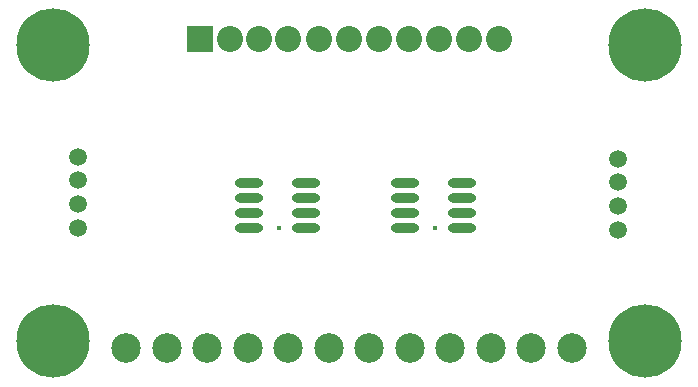
<source format=gts>
G04 Layer_Color=8388736*
%FSLAX25Y25*%
%MOIN*%
G70*
G01*
G75*
%ADD25O,0.09461X0.03162*%
%ADD26C,0.03162*%
%ADD27C,0.09855*%
%ADD28C,0.24422*%
%ADD29C,0.08674*%
%ADD30R,0.08674X0.08674*%
%ADD31C,0.05918*%
%ADD32C,0.01575*%
D25*
X103898Y57500D02*
D03*
Y62500D02*
D03*
Y67500D02*
D03*
Y72500D02*
D03*
X85000Y57500D02*
D03*
Y62500D02*
D03*
Y67500D02*
D03*
Y72500D02*
D03*
X155898Y57500D02*
D03*
Y62500D02*
D03*
Y67500D02*
D03*
Y72500D02*
D03*
X137000Y57500D02*
D03*
Y62500D02*
D03*
Y67500D02*
D03*
Y72500D02*
D03*
D26*
X216803Y10551D02*
D03*
X223242Y13283D02*
D03*
X225954Y19651D02*
D03*
X223242Y26294D02*
D03*
X216800Y28830D02*
D03*
X210257Y26141D02*
D03*
X207620Y19750D02*
D03*
X210105Y13232D02*
D03*
X19673Y10551D02*
D03*
X26112Y13283D02*
D03*
X28824Y19651D02*
D03*
X26112Y26294D02*
D03*
X19671Y28830D02*
D03*
X13127Y26141D02*
D03*
X10490Y19750D02*
D03*
X12975Y13232D02*
D03*
Y111862D02*
D03*
X10490Y118380D02*
D03*
X13127Y124771D02*
D03*
X19671Y127460D02*
D03*
X26112Y124923D02*
D03*
X28824Y118281D02*
D03*
X26112Y111913D02*
D03*
X19673Y109180D02*
D03*
X216803D02*
D03*
X223242Y111913D02*
D03*
X225954Y118281D02*
D03*
X223242Y124923D02*
D03*
X216800Y127460D02*
D03*
X210257Y124771D02*
D03*
X207620Y118380D02*
D03*
X210105Y111862D02*
D03*
D27*
X192500Y17500D02*
D03*
X179000D02*
D03*
X165500D02*
D03*
X152000D02*
D03*
X138500D02*
D03*
X125000D02*
D03*
X111500D02*
D03*
X98000D02*
D03*
X84500D02*
D03*
X71000D02*
D03*
X57500D02*
D03*
X44000D02*
D03*
D28*
X216815Y19685D02*
D03*
X19685D02*
D03*
Y118315D02*
D03*
X216815D02*
D03*
D29*
X168205Y120472D02*
D03*
X118205D02*
D03*
X108205D02*
D03*
X98048D02*
D03*
X88205D02*
D03*
X78520D02*
D03*
X128205D02*
D03*
X138205D02*
D03*
X148205D02*
D03*
X158205D02*
D03*
D30*
X68520D02*
D03*
D31*
X207991Y72635D02*
D03*
Y80509D02*
D03*
Y64761D02*
D03*
Y56887D02*
D03*
X28009Y65365D02*
D03*
Y57491D02*
D03*
Y73239D02*
D03*
Y81113D02*
D03*
D32*
X95000Y57500D02*
D03*
X147000D02*
D03*
M02*

</source>
